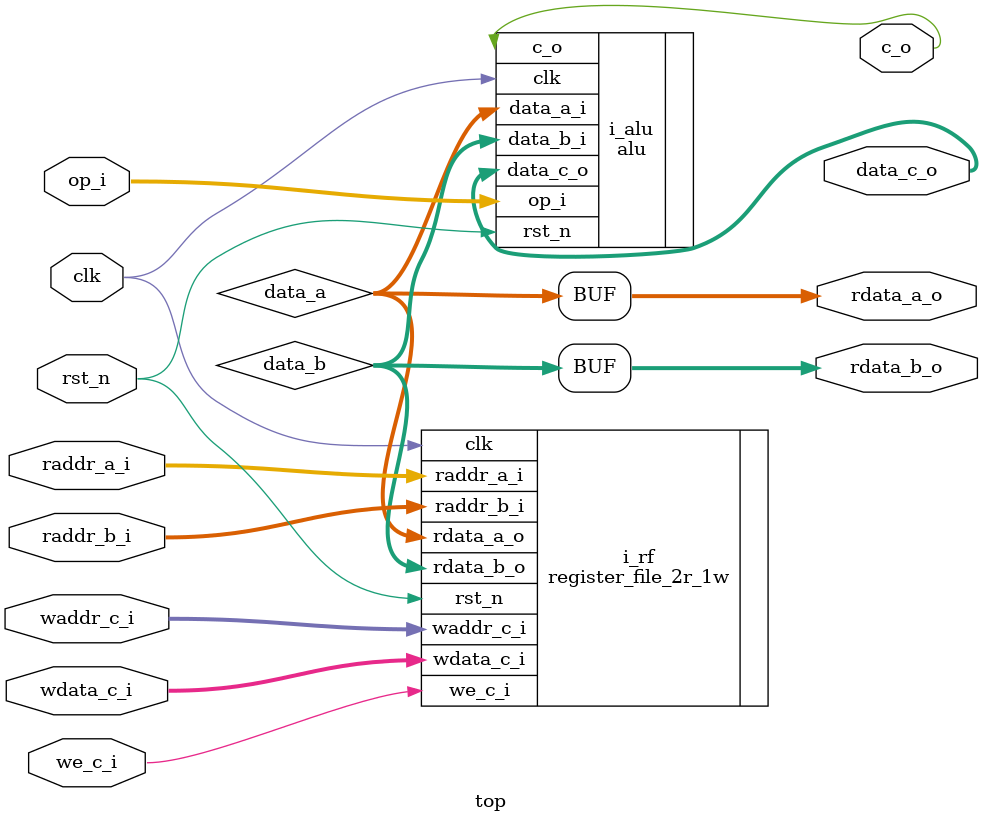
<source format=sv>
module top
#(
    parameter ADDR_WIDTH    = 5, // 2^5 registers
    parameter DATA_WIDTH    = 32
)
(
    // Clock and Reset
    input logic                   clk,
    input logic                   rst_n,
 
    input logic [1:0]             op_i,
    //Read port R1
    input logic [ADDR_WIDTH-1:0]  raddr_a_i,
    output logic [DATA_WIDTH-1:0] rdata_a_o,

    //Read port R2
    input logic [ADDR_WIDTH-1:0]  raddr_b_i,
    output logic [DATA_WIDTH-1:0] rdata_b_o,

    // Write port W1
    input logic [ADDR_WIDTH-1:0]  waddr_c_i,
    input logic [DATA_WIDTH-1:0]  wdata_c_i,
    input logic                   we_c_i,

    output logic [DATA_WIDTH-1:0] data_c_o,
    output logic                  c_o 
);


   logic [DATA_WIDTH-1:0]         data_a;
   logic [DATA_WIDTH-1:0]         data_b;
   
   register_file_2r_1w i_rf(
             .clk       ( clk       ),
             .rst_n     ( rst_n     ),
             .raddr_a_i ( raddr_a_i ),
             .rdata_a_o ( data_a    ),
             .raddr_b_i ( raddr_b_i ),
             .rdata_b_o ( data_b    ),
             .waddr_c_i ( waddr_c_i ),
             .wdata_c_i ( wdata_c_i ),
             .we_c_i    ( we_c_i    )
             );

   assign rdata_a_o = data_a;
   assign rdata_b_o = data_b;
   
   alu i_alu(
      .clk       ( clk      ),
      .rst_n     ( rst_n    ),
      .op_i      ( op_i     ),
      .data_a_i  ( data_a   ),
      .data_b_i  ( data_b   ),
      .data_c_o  ( data_c_o ),
      .c_o       ( c_o      )
  );

endmodule

</source>
